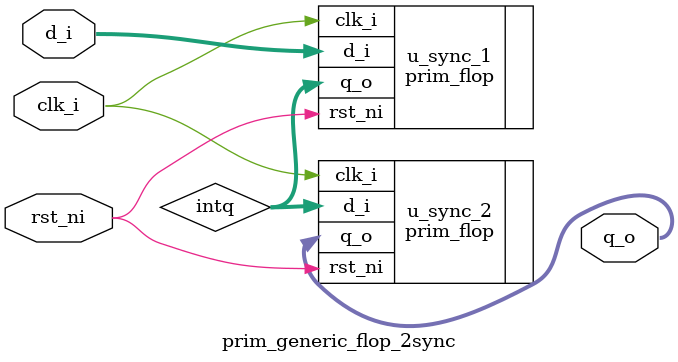
<source format=sv>

module prim_generic_flop_2sync #(
    parameter  int                   Width       = 16,
    localparam int                   WidthSubOne = Width - 1,  // temp work around #2679
    parameter  logic [WidthSubOne:0] ResetValue  = '0
) (
    input                    clk_i,  // receive clock
    input                    rst_ni,
    input        [Width-1:0] d_i,
    output logic [Width-1:0] q_o
);

  logic [Width-1:0] intq;

  prim_flop #(
      .Width(Width),
      .ResetValue(ResetValue)
  ) u_sync_1 (
      .clk_i,
      .rst_ni,
      .d_i,
      .q_o(intq)
  );

  prim_flop #(
      .Width(Width),
      .ResetValue(ResetValue)
  ) u_sync_2 (
      .clk_i,
      .rst_ni,
      .d_i(intq),
      .q_o
  );


endmodule

</source>
